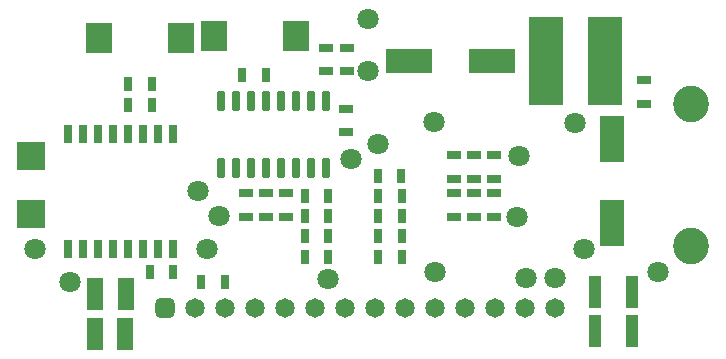
<source format=gbr>
%TF.GenerationSoftware,Altium Limited,Altium Designer,24.7.2 (38)*%
G04 Layer_Color=255*
%FSLAX43Y43*%
%MOMM*%
%TF.SameCoordinates,A6C98B59-F63B-4C8E-8392-574C2285590F*%
%TF.FilePolarity,Positive*%
%TF.FileFunction,Pads,Bot*%
%TF.Part,Single*%
G01*
G75*
%TA.AperFunction,SMDPad,CuDef*%
%ADD15R,0.800X1.250*%
%TA.AperFunction,ComponentPad*%
%ADD16C,1.800*%
%ADD17O,3.000X3.100*%
%ADD18C,1.650*%
G04:AMPARAMS|DCode=19|XSize=1.65mm|YSize=1.65mm|CornerRadius=0.413mm|HoleSize=0mm|Usage=FLASHONLY|Rotation=180.000|XOffset=0mm|YOffset=0mm|HoleType=Round|Shape=RoundedRectangle|*
%AMROUNDEDRECTD19*
21,1,1.650,0.825,0,0,180.0*
21,1,0.825,1.650,0,0,180.0*
1,1,0.825,-0.413,0.413*
1,1,0.825,0.413,0.413*
1,1,0.825,0.413,-0.413*
1,1,0.825,-0.413,-0.413*
%
%ADD19ROUNDEDRECTD19*%
%TA.AperFunction,SMDPad,CuDef*%
%ADD23R,4.000X2.000*%
%ADD24R,2.200X2.500*%
%ADD25R,0.750X1.650*%
%ADD26R,2.400X2.400*%
%ADD27R,1.403X2.804*%
G04:AMPARAMS|DCode=28|XSize=0.65mm|YSize=1.65mm|CornerRadius=0.049mm|HoleSize=0mm|Usage=FLASHONLY|Rotation=0.000|XOffset=0mm|YOffset=0mm|HoleType=Round|Shape=RoundedRectangle|*
%AMROUNDEDRECTD28*
21,1,0.650,1.553,0,0,0.0*
21,1,0.553,1.650,0,0,0.0*
1,1,0.098,0.276,-0.776*
1,1,0.098,-0.276,-0.776*
1,1,0.098,-0.276,0.776*
1,1,0.098,0.276,0.776*
%
%ADD28ROUNDEDRECTD28*%
%ADD29R,2.000X4.000*%
%ADD30R,1.250X0.800*%
%ADD31R,3.000X7.500*%
%ADD32R,1.000X2.800*%
D15*
X12375Y23075D02*
D03*
X10375D02*
D03*
X12348Y21300D02*
D03*
X10348D02*
D03*
X12170Y7150D02*
D03*
X14170D02*
D03*
X31475Y15312D02*
D03*
X33475D02*
D03*
X31498Y8475D02*
D03*
X33498D02*
D03*
X33498Y13650D02*
D03*
X31498D02*
D03*
X31498Y11916D02*
D03*
X33498D02*
D03*
X33498Y10200D02*
D03*
X31498D02*
D03*
X16525Y6350D02*
D03*
X18525D02*
D03*
X20028Y23850D02*
D03*
X22028D02*
D03*
X27300Y8475D02*
D03*
X25300D02*
D03*
X25301Y10200D02*
D03*
X27301D02*
D03*
X27301Y13627D02*
D03*
X25301D02*
D03*
X25301Y11916D02*
D03*
X27301D02*
D03*
D16*
X27301Y6575D02*
D03*
X2426Y9150D02*
D03*
X31475Y18029D02*
D03*
X30687Y28575D02*
D03*
X17061Y9150D02*
D03*
X46510Y6691D02*
D03*
X48225Y19800D02*
D03*
X5450Y6350D02*
D03*
X30625Y24175D02*
D03*
X43421Y17035D02*
D03*
X55175Y7150D02*
D03*
X48939Y9100D02*
D03*
X36251Y19850D02*
D03*
X36350Y7150D02*
D03*
X18042Y11916D02*
D03*
X16308Y14050D02*
D03*
X29200Y16727D02*
D03*
X43275Y11829D02*
D03*
X44000Y6691D02*
D03*
D17*
X58000Y9400D02*
D03*
Y21400D02*
D03*
D18*
X26190Y4120D02*
D03*
X23650D02*
D03*
X21110D02*
D03*
X16030D02*
D03*
X18570D02*
D03*
X28730D02*
D03*
X31270D02*
D03*
X33810D02*
D03*
X36350D02*
D03*
X38890D02*
D03*
X41430D02*
D03*
X43970D02*
D03*
X46510D02*
D03*
D19*
X13490D02*
D03*
D23*
X41200Y25075D02*
D03*
X34100D02*
D03*
D24*
X14798Y27000D02*
D03*
X7898D02*
D03*
X24557Y27125D02*
D03*
X17657D02*
D03*
D25*
X14145Y9150D02*
D03*
X12875D02*
D03*
X11605D02*
D03*
X10335D02*
D03*
X9065D02*
D03*
X7795D02*
D03*
X6525D02*
D03*
X5255D02*
D03*
Y18850D02*
D03*
X6525D02*
D03*
X7795D02*
D03*
X9065D02*
D03*
X10335D02*
D03*
X11605D02*
D03*
X12875D02*
D03*
X14145D02*
D03*
D26*
X2167Y17000D02*
D03*
Y12119D02*
D03*
D27*
X10148Y5275D02*
D03*
X7548D02*
D03*
X7525Y1939D02*
D03*
X10125D02*
D03*
D28*
X27102Y15996D02*
D03*
X25832D02*
D03*
X24562D02*
D03*
X23292D02*
D03*
X22022D02*
D03*
X20752D02*
D03*
X19482D02*
D03*
X18212D02*
D03*
X27102Y21646D02*
D03*
X25832D02*
D03*
X24562D02*
D03*
X23292D02*
D03*
X22022D02*
D03*
X20752D02*
D03*
X19482D02*
D03*
X18212D02*
D03*
D29*
X51325Y11350D02*
D03*
Y18450D02*
D03*
D30*
X37906Y13829D02*
D03*
Y11829D02*
D03*
X27096Y26175D02*
D03*
Y24175D02*
D03*
X28850Y26175D02*
D03*
Y24175D02*
D03*
X28834Y19007D02*
D03*
Y21007D02*
D03*
X54000Y21425D02*
D03*
Y23425D02*
D03*
X41350Y17060D02*
D03*
Y15060D02*
D03*
X37906Y17060D02*
D03*
Y15060D02*
D03*
X39626Y13829D02*
D03*
Y11829D02*
D03*
X20301Y13865D02*
D03*
Y11865D02*
D03*
X22032Y11865D02*
D03*
Y13865D02*
D03*
X39625Y17060D02*
D03*
Y15060D02*
D03*
X41350Y13829D02*
D03*
Y11829D02*
D03*
X23757Y11868D02*
D03*
Y13868D02*
D03*
D31*
X45700Y25075D02*
D03*
X50700D02*
D03*
D32*
X53050Y5475D02*
D03*
X49850D02*
D03*
Y2225D02*
D03*
X53050D02*
D03*
%TF.MD5,e8d23e3df107b92f64036ce40eb2378b*%
M02*

</source>
